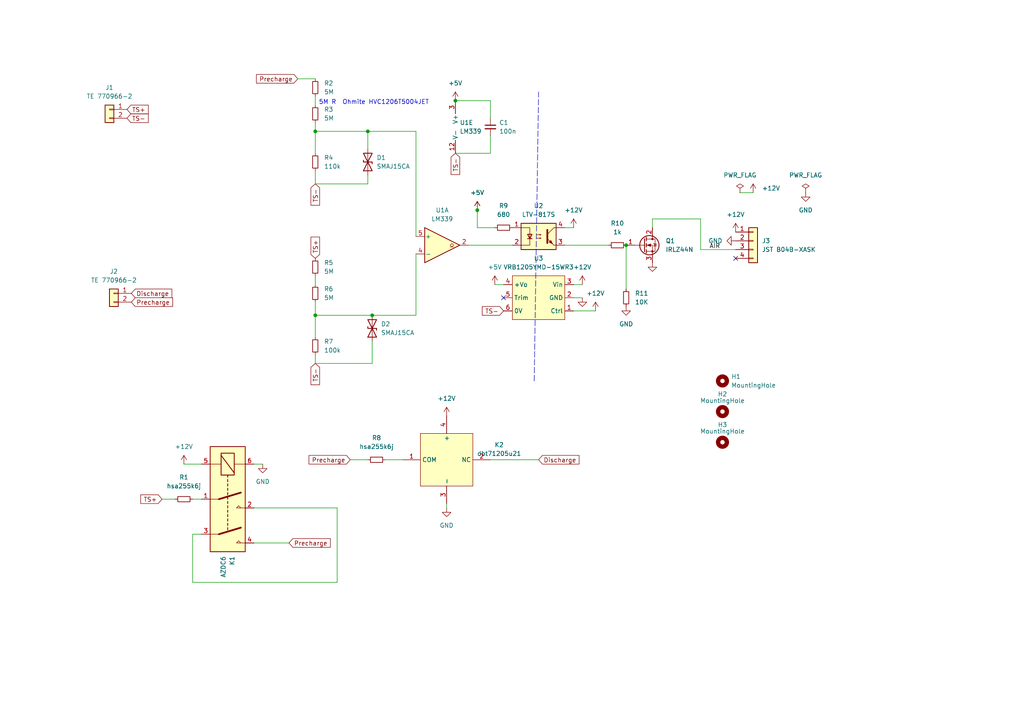
<source format=kicad_sch>
(kicad_sch (version 20211123) (generator eeschema)
  (paper "A4")
  (title_block (title "Precharge circuit") (date "2023-02-06") (rev "1") (company "Bronco Racing"))
  (lib_symbols
    (symbol "AZDC6:AZDC6"
      (property "Reference" "K" (at 0 0 0))
      (property "Value" "AZDC6" (at 0 2.54 0))
      (symbol "AZDC6_0_1"
        (rectangle (start -11.43 -1.27) (end 19.05 -11.43) (stroke (width 0.254)) (fill (type background)))
        (rectangle (start -9.525 -4.445) (end -3.175 -8.255) (stroke (width 0.254)))
        (polyline (pts (xy -8.89 -8.255) (xy -3.81 -4.445)) (stroke (width 0.254)))
        (polyline (pts (xy -6.35 -11.43) (xy -6.35 -8.255)))
        (polyline (pts (xy -6.35 -1.27) (xy -6.35 -4.445)))
        (polyline (pts (xy -3.175 -6.35) (xy -2.54 -6.35)) (stroke (width 0.254)))
        (polyline (pts (xy -1.905 -6.35) (xy -1.27 -6.35)) (stroke (width 0.254)))
        (polyline (pts (xy -0.635 -6.35) (xy 0 -6.35)) (stroke (width 0.254)))
        (polyline (pts (xy 0.635 -6.35) (xy 1.27 -6.35)) (stroke (width 0.254)))
        (polyline (pts (xy 1.905 -6.35) (xy 2.54 -6.35)) (stroke (width 0.254)))
        (polyline (pts (xy 3.175 -6.35) (xy 3.81 -6.35)) (stroke (width 0.254)))
        (polyline (pts (xy 3.81 -8.89) (xy 1.905 -2.54)) (stroke (width 0.508)))
        (polyline (pts (xy 3.81 -8.89) (xy 3.81 -11.43)))
        (polyline (pts (xy 4.445 -6.35) (xy 5.08 -6.35)) (stroke (width 0.254)))
        (polyline (pts (xy 5.715 -6.35) (xy 6.35 -6.35)) (stroke (width 0.254)))
        (polyline (pts (xy 6.985 -6.35) (xy 7.62 -6.35)) (stroke (width 0.254)))
        (polyline (pts (xy 8.255 -6.35) (xy 8.89 -6.35)) (stroke (width 0.254)))
        (polyline (pts (xy 9.525 -6.35) (xy 10.16 -6.35)) (stroke (width 0.254)))
        (polyline (pts (xy 10.795 -6.35) (xy 11.43 -6.35)) (stroke (width 0.254)))
        (polyline (pts (xy 12.065 -6.35) (xy 12.7 -6.35)) (stroke (width 0.254)))
        (polyline (pts (xy 13.97 -8.89) (xy 12.065 -2.54)) (stroke (width 0.508)))
        (polyline (pts (xy 13.97 -8.89) (xy 13.97 -11.43)))
        (polyline (pts (xy 6.35 -1.27) (xy 6.35 -3.81) (xy 5.715 -3.175) (xy 6.35 -2.54)))
        (polyline (pts (xy 16.51 -1.27) (xy 16.51 -3.81) (xy 15.875 -3.175) (xy 16.51 -2.54)))
      )
      (symbol "AZDC6_1_1"
        (pin passive line (at 3.81 -13.97 90) (length 2.54) (name "~") (number "1"))
        (pin passive line (at 6.35 1.27 270) (length 2.54) (name "~") (number "2"))
        (pin passive line (at 13.97 -13.97 90) (length 2.54) (name "~") (number "3"))
        (pin passive line (at 16.51 1.27 270) (length 2.54) (name "~") (number "4"))
        (pin passive line (at -6.35 -13.97 90) (length 2.54) (name "~") (number "5"))
        (pin passive line (at -6.35 1.27 270) (length 2.54) (name "~") (number "6"))
      )
    )
    (symbol "Comparator:LM339" (pin_names (offset 0.127))
      (property "Reference" "U" (at 0 5.08 0))
      (property "Value" "LM339" (at 0 -5.08 0))
      (symbol "LM339_1_1"
        (polyline (pts (xy -5.08 5.08) (xy 5.08 0) (xy -5.08 -5.08) (xy -5.08 5.08)) (stroke (width 0.254)) (fill (type background)))
        (polyline (pts (xy 3.302 -0.508) (xy 2.794 -0.508) (xy 3.302 0) (xy 2.794 0.508) (xy 2.286 0) (xy 2.794 -0.508) (xy 2.286 -0.508)) (stroke (width 0.127)))
        (pin open_collector line (at 7.62 0 180) (length 2.54) (name "~") (number "2"))
        (pin input line (at -7.62 -2.54 0) (length 2.54) (name "-") (number "4"))
        (pin input line (at -7.62 2.54 0) (length 2.54) (name "+") (number "5"))
      )
      (symbol "LM339_2_1"
        (polyline (pts (xy -5.08 5.08) (xy 5.08 0) (xy -5.08 -5.08) (xy -5.08 5.08)) (stroke (width 0.254)) (fill (type background)))
        (polyline (pts (xy 3.302 -0.508) (xy 2.794 -0.508) (xy 3.302 0) (xy 2.794 0.508) (xy 2.286 0) (xy 2.794 -0.508) (xy 2.286 -0.508)) (stroke (width 0.127)))
        (pin open_collector line (at 7.62 0 180) (length 2.54) (name "~") (number "1"))
        (pin input line (at -7.62 -2.54 0) (length 2.54) (name "-") (number "6"))
        (pin input line (at -7.62 2.54 0) (length 2.54) (name "+") (number "7"))
      )
      (symbol "LM339_3_1"
        (polyline (pts (xy -5.08 5.08) (xy 5.08 0) (xy -5.08 -5.08) (xy -5.08 5.08)) (stroke (width 0.254)) (fill (type background)))
        (polyline (pts (xy 3.302 -0.508) (xy 2.794 -0.508) (xy 3.302 0) (xy 2.794 0.508) (xy 2.286 0) (xy 2.794 -0.508) (xy 2.286 -0.508)) (stroke (width 0.127)))
        (pin input line (at -7.62 -2.54 0) (length 2.54) (name "-") (number "10"))
        (pin input line (at -7.62 2.54 0) (length 2.54) (name "+") (number "11"))
        (pin open_collector line (at 7.62 0 180) (length 2.54) (name "~") (number "13"))
      )
      (symbol "LM339_4_1"
        (polyline (pts (xy -5.08 5.08) (xy 5.08 0) (xy -5.08 -5.08) (xy -5.08 5.08)) (stroke (width 0.254)) (fill (type background)))
        (polyline (pts (xy 3.302 -0.508) (xy 2.794 -0.508) (xy 3.302 0) (xy 2.794 0.508) (xy 2.286 0) (xy 2.794 -0.508) (xy 2.286 -0.508)) (stroke (width 0.127)))
        (pin open_collector line (at 7.62 0 180) (length 2.54) (name "~") (number "14"))
        (pin input line (at -7.62 -2.54 0) (length 2.54) (name "-") (number "8"))
        (pin input line (at -7.62 2.54 0) (length 2.54) (name "+") (number "9"))
      )
      (symbol "LM339_5_1"
        (pin power_in line (at -2.54 -7.62 90) (length 3.81) (name "V-") (number "12"))
        (pin power_in line (at -2.54 7.62 270) (length 3.81) (name "V+") (number "3"))
      )
    )
    (symbol "Connector_Generic:Conn_01x02" (pin_names (offset 1.016) hide)
      (property "Reference" "J" (at 0 2.54 0))
      (property "Value" "Conn_01x02" (at 0 -5.08 0))
      (symbol "Conn_01x02_1_1"
        (rectangle (start -1.27 -2.413) (end 0 -2.667) (stroke (width 0.1524)))
        (rectangle (start -1.27 0.127) (end 0 -0.127) (stroke (width 0.1524)))
        (rectangle (start -1.27 1.27) (end 1.27 -3.81) (stroke (width 0.254)) (fill (type background)))
        (pin passive line (at -5.08 0 0) (length 3.81) (name "Pin_1") (number "1"))
        (pin passive line (at -5.08 -2.54 0) (length 3.81) (name "Pin_2") (number "2"))
      )
    )
    (symbol "Connector_Generic:Conn_01x04" (pin_names (offset 1.016) hide)
      (property "Reference" "J" (at 0 5.08 0))
      (property "Value" "Conn_01x04" (at 0 -7.62 0))
      (symbol "Conn_01x04_1_1"
        (rectangle (start -1.27 -4.953) (end 0 -5.207) (stroke (width 0.1524)))
        (rectangle (start -1.27 -2.413) (end 0 -2.667) (stroke (width 0.1524)))
        (rectangle (start -1.27 0.127) (end 0 -0.127) (stroke (width 0.1524)))
        (rectangle (start -1.27 2.667) (end 0 2.413) (stroke (width 0.1524)))
        (rectangle (start -1.27 3.81) (end 1.27 -6.35) (stroke (width 0.254)) (fill (type background)))
        (pin passive line (at -5.08 2.54 0) (length 3.81) (name "Pin_1") (number "1"))
        (pin passive line (at -5.08 0 0) (length 3.81) (name "Pin_2") (number "2"))
        (pin passive line (at -5.08 -2.54 0) (length 3.81) (name "Pin_3") (number "3"))
        (pin passive line (at -5.08 -5.08 0) (length 3.81) (name "Pin_4") (number "4"))
      )
    )
    (symbol "Device:C_Small" (pin_numbers hide) (pin_names (offset 0.254) hide)
      (property "Reference" "C" (at 0.254 1.778 0))
      (property "Value" "C_Small" (at 0.254 -2.032 0))
      (symbol "C_Small_0_1"
        (polyline (pts (xy -1.524 -0.508) (xy 1.524 -0.508)) (stroke (width 0.3302)))
        (polyline (pts (xy -1.524 0.508) (xy 1.524 0.508)) (stroke (width 0.3048)))
      )
      (symbol "C_Small_1_1"
        (pin passive line (at 0 2.54 270) (length 2.032) (name "~") (number "1"))
        (pin passive line (at 0 -2.54 90) (length 2.032) (name "~") (number "2"))
      )
    )
    (symbol "Device:D_TVS" (pin_numbers hide) (pin_names (offset 1.016) hide)
      (property "Reference" "D" (at 0 2.54 0))
      (property "Value" "D_TVS" (at 0 -2.54 0))
      (symbol "D_TVS_0_1"
        (polyline (pts (xy 1.27 0) (xy -1.27 0)))
        (polyline (pts (xy 0.508 1.27) (xy 0 1.27) (xy 0 -1.27) (xy -0.508 -1.27)) (stroke (width 0.254)))
        (polyline (pts (xy -2.54 1.27) (xy -2.54 -1.27) (xy 2.54 1.27) (xy 2.54 -1.27) (xy -2.54 1.27)) (stroke (width 0.254)))
      )
      (symbol "D_TVS_1_1"
        (pin passive line (at -3.81 0 0) (length 2.54) (name "A1") (number "1"))
        (pin passive line (at 3.81 0 180) (length 2.54) (name "A2") (number "2"))
      )
    )
    (symbol "Device:R_Small" (pin_numbers hide) (pin_names (offset 0.254) hide)
      (property "Reference" "R" (at 0.762 0.508 0))
      (property "Value" "R_Small" (at 0.762 -1.016 0))
      (symbol "R_Small_0_1"
        (rectangle (start -0.762 1.778) (end 0.762 -1.778) (stroke (width 0.2032)))
      )
      (symbol "R_Small_1_1"
        (pin passive line (at 0 2.54 270) (length 0.762) (name "~") (number "1"))
        (pin passive line (at 0 -2.54 90) (length 0.762) (name "~") (number "2"))
      )
    )
    (symbol "Isolator:LTV-817S" (pin_names (offset 1.016))
      (property "Reference" "U" (at -3.81 5.08 0))
      (property "Value" "LTV-817S" (at 0 -5.08 0))
      (symbol "LTV-817S_1_1"
        (rectangle (start -5.08 3.81) (end 5.08 -3.81) (stroke (width 0.254)) (fill (type background)))
        (polyline (pts (xy -3.175 -0.635) (xy -1.905 -0.635)) (stroke (width 0.254)))
        (polyline (pts (xy 2.54 0.635) (xy 4.445 2.54)))
        (polyline (pts (xy 4.445 -2.54) (xy 2.54 -0.635)) (fill (type outline)))
        (polyline (pts (xy 4.445 -2.54) (xy 5.08 -2.54)))
        (polyline (pts (xy 4.445 2.54) (xy 5.08 2.54)))
        (polyline (pts (xy -5.08 2.54) (xy -2.54 2.54) (xy -2.54 -0.762)))
        (polyline (pts (xy -2.54 -0.635) (xy -2.54 -2.54) (xy -5.08 -2.54)))
        (polyline (pts (xy 2.54 1.905) (xy 2.54 -1.905) (xy 2.54 -1.905)) (stroke (width 0.508)))
        (polyline (pts (xy -2.54 -0.635) (xy -3.175 0.635) (xy -1.905 0.635) (xy -2.54 -0.635)) (stroke (width 0.254)))
        (polyline (pts (xy -0.508 -0.508) (xy 0.762 -0.508) (xy 0.381 -0.635) (xy 0.381 -0.381) (xy 0.762 -0.508)))
        (polyline (pts (xy -0.508 0.508) (xy 0.762 0.508) (xy 0.381 0.381) (xy 0.381 0.635) (xy 0.762 0.508)))
        (polyline (pts (xy 3.048 -1.651) (xy 3.556 -1.143) (xy 4.064 -2.159) (xy 3.048 -1.651) (xy 3.048 -1.651)) (fill (type outline)))
        (pin passive line (at -7.62 2.54 0) (length 2.54) (name "~") (number "1"))
        (pin passive line (at -7.62 -2.54 0) (length 2.54) (name "~") (number "2"))
        (pin passive line (at 7.62 -2.54 180) (length 2.54) (name "~") (number "3"))
        (pin passive line (at 7.62 2.54 180) (length 2.54) (name "~") (number "4"))
      )
    )
    (symbol "Mechanical:MountingHole" (pin_names (offset 1.016))
      (property "Reference" "H" (at 0 5.08 0))
      (property "Value" "MountingHole" (at 0 3.175 0))
      (symbol "MountingHole_0_1"
        (circle (center 0 0) (radius 1.27) (stroke (width 1.27)))
      )
    )
    (symbol "Transistor_FET:IRLZ44N" (pin_names hide)
      (property "Reference" "Q" (at 6.35 1.905 0))
      (property "Value" "IRLZ44N" (at 6.35 0 0))
      (symbol "IRLZ44N_0_1"
        (polyline (pts (xy 0.254 0) (xy -2.54 0)))
        (polyline (pts (xy 0.254 1.905) (xy 0.254 -1.905)) (stroke (width 0.254)))
        (polyline (pts (xy 0.762 -1.27) (xy 0.762 -2.286)) (stroke (width 0.254)))
        (polyline (pts (xy 0.762 0.508) (xy 0.762 -0.508)) (stroke (width 0.254)))
        (polyline (pts (xy 0.762 2.286) (xy 0.762 1.27)) (stroke (width 0.254)))
        (polyline (pts (xy 2.54 2.54) (xy 2.54 1.778)))
        (polyline (pts (xy 2.54 -2.54) (xy 2.54 0) (xy 0.762 0)))
        (polyline (pts (xy 0.762 -1.778) (xy 3.302 -1.778) (xy 3.302 1.778) (xy 0.762 1.778)))
        (polyline (pts (xy 1.016 0) (xy 2.032 0.381) (xy 2.032 -0.381) (xy 1.016 0)) (fill (type outline)))
        (polyline (pts (xy 2.794 0.508) (xy 2.921 0.381) (xy 3.683 0.381) (xy 3.81 0.254)))
        (polyline (pts (xy 3.302 0.381) (xy 2.921 -0.254) (xy 3.683 -0.254) (xy 3.302 0.381)))
        (circle (center 1.651 0) (radius 2.794) (stroke (width 0.254)))
        (circle (center 2.54 -1.778) (radius 0.254) (fill (type outline)))
        (circle (center 2.54 1.778) (radius 0.254) (fill (type outline)))
      )
      (symbol "IRLZ44N_1_1"
        (pin input line (at -5.08 0 0) (length 2.54) (name "G") (number "1"))
        (pin passive line (at 2.54 5.08 270) (length 2.54) (name "D") (number "2"))
        (pin passive line (at 2.54 -5.08 90) (length 2.54) (name "S") (number "3"))
      )
    )
    (symbol "VRB1205YMD-6WR3:VRB1205YMD-15WR3"
      (property "Reference" "U" (at 0 7.62 0))
      (property "Value" "VRB1205YMD-15WR3" (at 0 5.08 0))
      (symbol "VRB1205YMD-15WR3_0_1"
        (rectangle (start -7.62 2.54) (end 7.62 -10.16) (fill (type background)))
      )
      (symbol "VRB1205YMD-15WR3_1_1"
        (pin passive line (at -10.16 -7.62 0) (length 2.54) (name "Ctrl") (number "1"))
        (pin power_in line (at -10.16 -3.81 0) (length 2.54) (name "GND") (number "2"))
        (pin power_in line (at -10.16 0 0) (length 2.54) (name "Vin") (number "3"))
        (pin power_out line (at 10.16 0 180) (length 2.54) (name "+Vo") (number "4"))
        (pin passive line (at 10.16 -3.81 180) (length 2.54) (name "Trim") (number "5"))
        (pin power_out line (at 10.16 -7.62 180) (length 2.54) (name "0V") (number "6"))
      )
    )
    (symbol "dbt71205u2:dbt71205u21"
      (property "Reference" "U" (at 0 0 0))
      (property "Value" "dbt71205u21" (at 0 0 0))
      (symbol "dbt71205u21_0_0"
        (pin passive line (at 3.81 -5.08 0) (length 5.08) (name "COM") (number "1"))
        (pin passive line (at 29.21 -5.08 180) (length 5.08) (name "NC") (number "2"))
        (pin passive line (at 16.51 -17.78 90) (length 5.08) (name "-") (number "3"))
        (pin passive line (at 16.51 7.62 270) (length 5.08) (name "+") (number "4"))
      )
      (symbol "dbt71205u21_0_1"
        (polyline (pts (xy 8.89 2.54) (xy 24.13 2.54) (xy 24.13 -12.7) (xy 8.89 -12.7) (xy 8.89 2.54)) (stroke (width 0.1524)) (fill (type background)))
      )
    )
    (symbol "power:+12V" (power) (pin_names (offset 0))
      (property "Value" "+12V" (at 0 3.556 0))
      (symbol "+12V_0_1"
        (polyline (pts (xy -0.762 1.27) (xy 0 2.54)))
        (polyline (pts (xy 0 0) (xy 0 2.54)))
        (polyline (pts (xy 0 2.54) (xy 0.762 1.27)))
      )
      (symbol "+12V_1_1"
        (pin power_in line (at 0 0 90) (length 0) hide (name "+12V") (number "1"))
      )
    )
    (symbol "power:+5V" (power) (pin_names (offset 0))
      (property "Value" "+5V" (at 0 3.556 0))
      (symbol "+5V_0_1"
        (polyline (pts (xy -0.762 1.27) (xy 0 2.54)))
        (polyline (pts (xy 0 0) (xy 0 2.54)))
        (polyline (pts (xy 0 2.54) (xy 0.762 1.27)))
      )
      (symbol "+5V_1_1"
        (pin power_in line (at 0 0 90) (length 0) hide (name "+5V") (number "1"))
      )
    )
    (symbol "power:GND" (power) (pin_names (offset 0))
      (property "Value" "GND" (at 0 -3.81 0))
      (symbol "GND_0_1"
        (polyline (pts (xy 0 0) (xy 0 -1.27) (xy 1.27 -1.27) (xy 0 -2.54) (xy -1.27 -1.27) (xy 0 -1.27)))
      )
      (symbol "GND_1_1"
        (pin power_in line (at 0 0 270) (length 0) hide (name "GND") (number "1"))
      )
    )
    (symbol "power:PWR_FLAG" (power) (pin_numbers hide) (pin_names (offset 0) hide)
      (property "Value" "PWR_FLAG" (at 0 3.81 0))
      (symbol "PWR_FLAG_0_0"
        (pin power_out line (at 0 0 90) (length 0) (name "pwr") (number "1"))
      )
      (symbol "PWR_FLAG_0_1"
        (polyline (pts (xy 0 0) (xy 0 1.27) (xy -1.016 1.905) (xy 0 2.54) (xy 1.016 1.905) (xy 0 1.27)))
      )
    )
  )
  (junction (at 106.68 38.1))
  (junction (at 181.61 71.12))
  (junction (at 132.08 29.21))
  (junction (at 91.44 91.44))
  (junction (at 138.43 60.96))
  (junction (at 91.44 38.1))
  (junction (at 107.95 91.44))
  (no_connect (at 213.36 74.93))
  (no_connect (at 146.05 86.36))
  (wire (pts (xy 106.68 38.1) (xy 120.65 38.1)))
  (wire (pts (xy 106.68 50.8) (xy 106.68 53.34)))
  (wire (pts (xy 91.44 38.1) (xy 91.44 44.45)))
  (wire (pts (xy 132.08 44.45) (xy 142.24 44.45)))
  (wire (pts (xy 55.88 144.78) (xy 58.42 144.78)))
  (wire (pts (xy 106.68 53.34) (xy 91.44 53.34)))
  (wire (pts (xy 91.44 105.41) (xy 107.95 105.41)))
  (wire (pts (xy 107.95 91.44) (xy 120.65 91.44)))
  (wire (pts (xy 101.6 133.35) (xy 106.68 133.35)))
  (wire (pts (xy 107.95 105.41) (xy 107.95 99.06)))
  (wire (pts (xy 106.68 43.18) (xy 106.68 38.1)))
  (wire (pts (xy 166.37 86.36) (xy 168.91 86.36)))
  (wire (pts (xy 73.66 157.48) (xy 83.82 157.48)))
  (wire (pts (xy 166.37 90.17) (xy 172.72 90.17)))
  (wire (pts (xy 97.79 147.32) (xy 97.79 168.91)))
  (wire (pts (xy 129.54 147.32) (xy 129.54 146.05)))
  (wire (pts (xy 53.34 134.62) (xy 58.42 134.62)))
  (wire (pts (xy 91.44 91.44) (xy 107.95 91.44)))
  (wire (pts (xy 138.43 66.04) (xy 143.51 66.04)))
  (wire (pts (xy 46.99 144.78) (xy 50.8 144.78)))
  (wire (pts (xy 166.37 82.55) (xy 168.91 82.55)))
  (wire (pts (xy 91.44 97.79) (xy 91.44 91.44)))
  (wire (pts (xy 181.61 83.82) (xy 181.61 71.12)))
  (wire (pts (xy 86.36 22.86) (xy 91.44 22.86)))
  (wire (pts (xy 163.83 66.04) (xy 166.37 66.04)))
  (wire (pts (xy 106.68 38.1) (xy 91.44 38.1)))
  (wire (pts (xy 111.76 133.35) (xy 116.84 133.35)))
  (wire (pts (xy 120.65 73.66) (xy 120.65 91.44)))
  (wire (pts (xy 55.88 168.91) (xy 55.88 154.94)))
  (wire (pts (xy 142.24 44.45) (xy 142.24 39.37)))
  (wire (pts (xy 135.89 71.12) (xy 148.59 71.12)))
  (wire (pts (xy 73.66 134.62) (xy 76.2 134.62)))
  (wire (pts (xy 91.44 38.1) (xy 91.44 35.56)))
  (wire (pts (xy 214.63 55.88) (xy 218.44 55.88)))
  (wire (pts (xy 91.44 87.63) (xy 91.44 91.44)))
  (polyline (pts (xy 154.94 110.49) (xy 156.21 26.67)))
  (wire (pts (xy 91.44 30.48) (xy 91.44 27.94)))
  (wire (pts (xy 203.2 72.39) (xy 203.2 63.5)))
  (wire (pts (xy 132.08 29.21) (xy 142.24 29.21)))
  (wire (pts (xy 143.51 82.55) (xy 146.05 82.55)))
  (wire (pts (xy 213.36 72.39) (xy 203.2 72.39)))
  (wire (pts (xy 55.88 154.94) (xy 58.42 154.94)))
  (wire (pts (xy 73.66 147.32) (xy 97.79 147.32)))
  (wire (pts (xy 91.44 53.34) (xy 91.44 49.53)))
  (wire (pts (xy 142.24 29.21) (xy 142.24 34.29)))
  (wire (pts (xy 163.83 71.12) (xy 176.53 71.12)))
  (wire (pts (xy 91.44 82.55) (xy 91.44 80.01)))
  (wire (pts (xy 142.24 133.35) (xy 156.21 133.35)))
  (wire (pts (xy 91.44 102.87) (xy 91.44 105.41)))
  (wire (pts (xy 138.43 60.96) (xy 138.43 66.04)))
  (wire (pts (xy 203.2 63.5) (xy 189.23 63.5)))
  (wire (pts (xy 120.65 38.1) (xy 120.65 68.58)))
  (wire (pts (xy 189.23 63.5) (xy 189.23 66.04)))
  (wire (pts (xy 97.79 168.91) (xy 55.88 168.91)))
  (text "5M R  Ohmite HVC1206T5004JET" (at 124.46 30.48 180) (effects (font (size 1.27 1.27)) (justify right bottom)))
  (label "AIR" (at 205.74 72.39 0))
  (global_label "TS+" (shape input) (at 46.99 144.78 180) (property "Intersheet References" "${INTERSHEET_REFS}" (effects hide)))
  (global_label "TS+" (shape input) (at 36.83 31.75 0) (property "Intersheet References" "${INTERSHEET_REFS}" (effects hide)))
  (global_label "Precharge" (shape input) (at 83.82 157.48 0) (property "Intersheet References" "${INTERSHEET_REFS}" (effects hide)))
  (global_label "Precharge" (shape input) (at 38.1 87.63 0) (property "Intersheet References" "${INTERSHEET_REFS}" (effects hide)))
  (global_label "Discharge" (shape input) (at 38.1 85.09 0) (property "Intersheet References" "${INTERSHEET_REFS}" (effects hide)))
  (global_label "TS-" (shape input) (at 91.44 53.34 270) (property "Intersheet References" "${INTERSHEET_REFS}" (effects hide)))
  (global_label "TS-" (shape input) (at 36.83 34.29 0) (property "Intersheet References" "${INTERSHEET_REFS}" (effects hide)))
  (global_label "TS+" (shape input) (at 91.44 74.93 90) (property "Intersheet References" "${INTERSHEET_REFS}" (effects hide)))
  (global_label "Precharge" (shape input) (at 101.6 133.35 180) (property "Intersheet References" "${INTERSHEET_REFS}" (effects hide)))
  (global_label "TS-" (shape input) (at 146.05 90.17 180) (property "Intersheet References" "${INTERSHEET_REFS}" (effects hide)))
  (global_label "Discharge" (shape input) (at 156.21 133.35 0) (property "Intersheet References" "${INTERSHEET_REFS}" (effects hide)))
  (global_label "Precharge" (shape input) (at 86.36 22.86 180) (property "Intersheet References" "${INTERSHEET_REFS}" (effects hide)))
  (global_label "TS-" (shape input) (at 91.44 105.41 270) (property "Intersheet References" "${INTERSHEET_REFS}" (effects hide)))
  (global_label "TS-" (shape input) (at 132.08 44.45 270) (property "Intersheet References" "${INTERSHEET_REFS}" (effects hide)))
  (symbol (lib_id "power:+12V") (at 168.91 82.55 0) (unit 1)
    (property "Reference" "#PWR010" (effects hide))
    (property "Value" "+12V" (at 168.91 77.47 0))
  )
  (symbol (lib_id "Device:R_Small") (at 53.34 144.78 90) (unit 1)
    (property "Reference" "R1" (at 53.34 138.43 90))
    (property "Value" "hsa255k6j" (at 53.34 140.97 90))
    (property "Footprint" "hsa255k6j:hsa255k6j" (effects hide))
  )
  (symbol (lib_id "Device:R_Small") (at 91.44 100.33 0) (unit 1)
    (property "Reference" "R7" (at 93.98 99.0599 0) (effects (justify left)))
    (property "Value" "100k" (at 93.98 101.5999 0) (effects (justify left)))
    (property "Footprint" "Resistor_SMD:R_1206_3216Metric" (effects hide))
  )
  (symbol (lib_id "Device:R_Small") (at 181.61 86.36 0) (unit 1)
    (property "Reference" "R11" (at 184.15 85.0899 0) (effects (justify left)))
    (property "Value" "10K" (at 184.15 87.6299 0) (effects (justify left)))
    (property "Footprint" "Resistor_SMD:R_0603_1608Metric" (effects hide))
  )
  (symbol (lib_id "Device:R_Small") (at 91.44 85.09 0) (unit 1)
    (property "Reference" "R6" (at 93.98 83.8199 0) (effects (justify left)))
    (property "Value" "5M" (at 93.98 86.3599 0) (effects (justify left)))
    (property "Footprint" "Resistor_SMD:R_1206_3216Metric" (effects hide))
  )
  (symbol (lib_id "power:+12V") (at 166.37 66.04 0) (unit 1)
    (property "Reference" "#PWR09" (effects hide))
    (property "Value" "+12V" (at 166.37 60.96 0))
  )
  (symbol (lib_id "Connector_Generic:Conn_01x02") (at 31.75 31.75 0) (mirror y) (unit 1)
    (property "Reference" "J1" (at 31.75 25.4 0))
    (property "Value" "TE 770966-2" (at 31.75 27.94 0))
    (property "Footprint" "Connector_TE-Connectivity:TE_MATE-N-LOK_1-770966-x_1x02_P4.14mm_Horizontal" (effects hide))
  )
  (symbol (lib_id "Connector_Generic:Conn_01x04") (at 218.44 69.85 0) (unit 1)
    (property "Reference" "J3" (at 220.98 69.8499 0) (effects (justify left)))
    (property "Value" "JST B04B-XASK" (at 220.98 72.3899 0) (effects (justify left)))
    (property "Footprint" "Connector_JST:JST_XA_B04B-XASK-1_1x04_P2.50mm_Vertical" (effects hide))
  )
  (symbol (lib_id "power:+5V") (at 138.43 60.96 0) (unit 1)
    (property "Reference" "#PWR06" (effects hide))
    (property "Value" "+5V" (at 138.43 55.88 0))
  )
  (symbol (lib_id "Device:D_TVS") (at 106.68 46.99 90) (unit 1)
    (property "Reference" "D1" (at 109.22 45.7199 90) (effects (justify right)))
    (property "Value" "SMAJ15CA" (at 109.22 48.2599 90) (effects (justify right)))
    (property "Footprint" "Diode_SMD:D_SMA" (effects hide))
  )
  (symbol (lib_id "Device:R_Small") (at 91.44 46.99 0) (unit 1)
    (property "Reference" "R4" (at 93.98 45.7199 0) (effects (justify left)))
    (property "Value" "110k" (at 93.98 48.2599 0) (effects (justify left)))
    (property "Footprint" "Resistor_SMD:R_1206_3216Metric" (effects hide))
  )
  (symbol (lib_id "power:GND") (at 181.61 88.9 0) (unit 1)
    (property "Reference" "#PWR013" (effects hide))
    (property "Value" "GND" (at 181.61 93.98 0))
  )
  (symbol (lib_id "power:GND") (at 233.68 55.88 0) (unit 1)
    (property "Reference" "#PWR0102" (effects hide))
    (property "Value" "GND" (at 233.68 60.96 0))
  )
  (symbol (lib_id "AZDC6:AZDC6") (at 72.39 140.97 270) (unit 1)
    (property "Reference" "K1" (at 67.3101 161.29 0) (effects (justify left)))
    (property "Value" "AZDC6" (at 64.7701 161.29 0) (effects (justify left)))
    (property "Footprint" "AZDC6:AZDC6" (effects hide))
  )
  (symbol (lib_id "power:+12V") (at 129.54 120.65 0) (unit 1)
    (property "Reference" "#PWR03" (effects hide))
    (property "Value" "+12V" (at 129.54 115.57 0))
  )
  (symbol (lib_id "Device:R_Small") (at 109.22 133.35 90) (unit 1)
    (property "Reference" "R8" (at 109.22 127 90))
    (property "Value" "hsa255k6j" (at 109.22 129.54 90))
    (property "Footprint" "hsa255k6j:hsa255k6j" (effects hide))
  )
  (symbol (lib_id "Device:R_Small") (at 91.44 77.47 0) (unit 1)
    (property "Reference" "R5" (at 93.98 76.1999 0) (effects (justify left)))
    (property "Value" "5M" (at 93.98 78.7399 0) (effects (justify left)))
    (property "Footprint" "Resistor_SMD:R_1206_3216Metric" (effects hide))
  )
  (symbol (lib_id "Device:C_Small") (at 142.24 36.83 0) (unit 1)
    (property "Reference" "C1" (at 144.78 35.5662 0) (effects (justify left)))
    (property "Value" "100n" (at 144.78 38.1062 0) (effects (justify left)))
    (property "Footprint" "Capacitor_SMD:C_0603_1608Metric" (effects hide))
  )
  (symbol (lib_id "Device:R_Small") (at 91.44 25.4 0) (unit 1)
    (property "Reference" "R2" (at 93.98 24.1299 0) (effects (justify left)))
    (property "Value" "5M" (at 93.98 26.6699 0) (effects (justify left)))
    (property "Footprint" "Resistor_SMD:R_1206_3216Metric" (effects hide))
  )
  (symbol (lib_id "power:GND") (at 129.54 147.32 0) (unit 1)
    (property "Reference" "#PWR04" (effects hide))
    (property "Value" "GND" (at 129.54 152.4 0))
  )
  (symbol (lib_id "Mechanical:MountingHole") (at 209.55 119.38 0) (unit 1)
    (property "Reference" "H2" (at 209.55 114.3 0))
    (property "Value" "MountingHole" (at 209.55 116.205 0))
    (property "Footprint" "MountingHole:MountingHole_3.2mm_M3" (effects hide))
  )
  (symbol (lib_id "VRB1205YMD-6WR3:VRB1205YMD-15WR3") (at 156.21 82.55 0) (mirror y) (unit 1)
    (property "Reference" "U3" (at 156.21 74.93 0))
    (property "Value" "VRB1205YMD-15WR3" (at 156.21 77.47 0))
    (property "Footprint" "VRB1205YMD-6WR3:VRB1205YMD-15WR3" (effects hide))
  )
  (symbol (lib_id "power:PWR_FLAG") (at 214.63 55.88 0) (unit 1)
    (property "Reference" "#FLG0101" (effects hide))
    (property "Value" "PWR_FLAG" (at 214.63 50.8 0))
  )
  (symbol (lib_id "power:+5V") (at 143.51 82.55 0) (unit 1)
    (property "Reference" "#PWR08" (effects hide))
    (property "Value" "+5V" (at 143.51 77.47 0))
  )
  (symbol (lib_id "power:PWR_FLAG") (at 233.68 55.88 0) (unit 1)
    (property "Reference" "#FLG0102" (effects hide))
    (property "Value" "PWR_FLAG" (at 233.68 50.8 0))
  )
  (symbol (lib_id "Connector_Generic:Conn_01x02") (at 33.02 85.09 0) (mirror y) (unit 1)
    (property "Reference" "J2" (at 33.02 78.74 0))
    (property "Value" "TE 770966-2" (at 33.02 81.28 0))
    (property "Footprint" "Connector_TE-Connectivity:TE_MATE-N-LOK_1-770966-x_1x02_P4.14mm_Horizontal" (effects hide))
  )
  (symbol (lib_id "Device:R_Small") (at 91.44 33.02 0) (unit 1)
    (property "Reference" "R3" (at 93.98 31.7499 0) (effects (justify left)))
    (property "Value" "5M" (at 93.98 34.2899 0) (effects (justify left)))
    (property "Footprint" "Resistor_SMD:R_1206_3216Metric" (effects hide))
  )
  (symbol (lib_id "power:+12V") (at 218.44 55.88 0) (unit 1)
    (property "Reference" "#PWR0101" (effects hide))
    (property "Value" "+12V" (at 220.98 54.6099 0) (effects (justify left)))
  )
  (symbol (lib_id "Device:D_TVS") (at 107.95 95.25 90) (unit 1)
    (property "Reference" "D2" (at 110.49 93.9799 90) (effects (justify right)))
    (property "Value" "SMAJ15CA" (at 110.49 96.5199 90) (effects (justify right)))
    (property "Footprint" "Diode_SMD:D_SMA" (effects hide))
  )
  (symbol (lib_id "dbt71205u2:dbt71205u21") (at 113.03 128.27 0) (unit 1)
    (property "Reference" "K2" (at 144.78 129.0193 0))
    (property "Value" "dbt71205u21" (at 144.78 131.5593 0))
    (property "Footprint" "dbt71205u:DBT71205U" (effects hide))
  )
  (symbol (lib_id "power:GND") (at 189.23 76.2 0) (unit 1)
    (property "Reference" "#PWR014" (effects hide))
    (property "Value" "GND" (effects hide))
  )
  (symbol (lib_id "Device:R_Small") (at 179.07 71.12 270) (unit 1)
    (property "Reference" "R10" (at 179.07 64.77 90))
    (property "Value" "1k" (at 179.07 67.31 90))
    (property "Footprint" "Resistor_SMD:R_0603_1608Metric" (effects hide))
  )
  (symbol (lib_id "Device:R_Small") (at 146.05 66.04 90) (unit 1)
    (property "Reference" "R9" (at 146.05 59.69 90))
    (property "Value" "680" (at 146.05 62.23 90))
    (property "Footprint" "Resistor_SMD:R_0603_1608Metric" (effects hide))
  )
  (symbol (lib_id "power:GND") (at 168.91 86.36 0) (unit 1)
    (property "Reference" "#PWR011" (effects hide))
    (property "Value" "GND" (effects hide))
  )
  (symbol (lib_id "Mechanical:MountingHole") (at 209.55 110.49 0) (unit 1)
    (property "Reference" "H1" (at 212.09 109.2199 0) (effects (justify left)))
    (property "Value" "MountingHole" (at 212.09 111.7599 0) (effects (justify left)))
    (property "Footprint" "MountingHole:MountingHole_3.2mm_M3" (effects hide))
  )
  (symbol (lib_id "power:+5V") (at 132.08 29.21 0) (unit 1)
    (property "Reference" "#PWR05" (effects hide))
    (property "Value" "+5V" (at 132.08 24.13 0))
  )
  (symbol (lib_id "Comparator:LM339") (at 134.62 36.83 0) (unit 5)
    (property "Reference" "U1" (at 133.35 35.5599 0) (effects (justify left)))
    (property "Value" "LM339" (at 133.35 38.0999 0) (effects (justify left)))
    (property "Footprint" "Package_SO:TSSOP-14_4.4x5mm_P0.65mm" (effects hide))
    (property "Datasheet" "https://www.st.com/resource/en/datasheet/lm139.pdf" (effects hide))
  )
  (symbol (lib_id "power:+12V") (at 172.72 90.17 0) (unit 1)
    (property "Reference" "#PWR012" (effects hide))
    (property "Value" "+12V" (at 172.72 85.09 0))
  )
  (symbol (lib_id "power:GND") (at 76.2 134.62 0) (unit 1)
    (property "Reference" "#PWR02" (effects hide))
    (property "Value" "GND" (at 76.2 139.7 0))
  )
  (symbol (lib_id "power:GND") (at 213.36 69.85 270) (unit 1)
    (property "Reference" "#PWR016" (effects hide))
    (property "Value" "GND" (at 209.55 69.8499 90) (effects (justify right)))
  )
  (symbol (lib_id "power:+12V") (at 53.34 134.62 0) (unit 1)
    (property "Reference" "#PWR01" (effects hide))
    (property "Value" "+12V" (at 53.34 129.54 0))
  )
  (symbol (lib_id "Isolator:LTV-817S") (at 156.21 68.58 0) (unit 1)
    (property "Reference" "U2" (at 156.21 59.69 0))
    (property "Value" "LTV-817S" (at 156.21 62.23 0))
    (property "Footprint" "Package_DIP:SMDIP-4_W9.53mm" (effects hide))
    (property "Datasheet" "http://www.us.liteon.com/downloads/LTV-817-827-847.PDF" (effects hide))
  )
  (symbol (lib_id "Transistor_FET:IRLZ44N") (at 186.69 71.12 0) (unit 1)
    (property "Reference" "Q1" (at 193.04 69.8499 0) (effects (justify left)))
    (property "Value" "IRLZ44N" (at 193.04 72.3899 0) (effects (justify left)))
    (property "Footprint" "Package_TO_SOT_SMD:TO-263-3_TabPin2" (effects hide))
    (property "Datasheet" "http://www.irf.com/product-info/datasheets/data/irlz44n.pdf" (effects hide))
  )
  (symbol (lib_id "power:+12V") (at 213.36 67.31 0) (unit 1)
    (property "Reference" "#PWR015" (effects hide))
    (property "Value" "+12V" (at 213.36 62.23 0))
  )
  (symbol (lib_id "power:+5V") (at 138.43 60.96 0) (unit 1)
    (property "Reference" "#PWR07" (effects hide))
    (property "Value" "+5V" (at 138.43 55.88 0))
  )
  (symbol (lib_id "Comparator:LM339") (at 128.27 71.12 0) (unit 1)
    (property "Reference" "U1" (at 128.27 60.96 0))
    (property "Value" "LM339" (at 128.27 63.5 0))
    (property "Footprint" "Package_SO:TSSOP-14_4.4x5mm_P0.65mm" (effects hide))
    (property "Datasheet" "https://www.st.com/resource/en/datasheet/lm139.pdf" (effects hide))
  )
  (symbol (lib_id "Mechanical:MountingHole") (at 209.55 128.27 0) (unit 1)
    (property "Reference" "H3" (at 209.55 123.19 0))
    (property "Value" "MountingHole" (at 209.55 125.095 0))
    (property "Footprint" "MountingHole:MountingHole_3.2mm_M3" (effects hide))
  )
)
</source>
